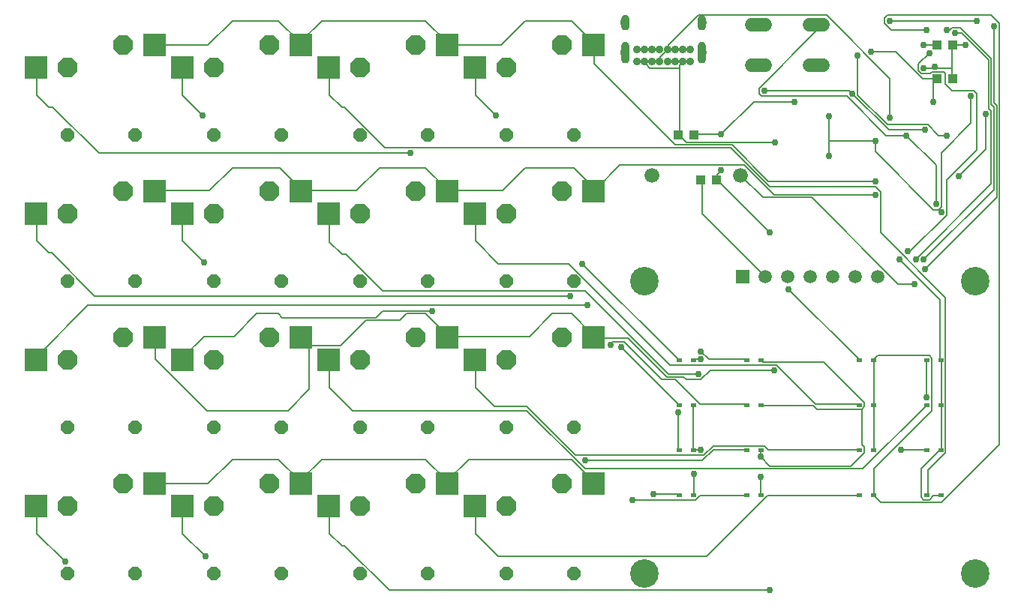
<source format=gbr>
G04 EAGLE Gerber RS-274X export*
G75*
%MOMM*%
%FSLAX34Y34*%
%LPD*%
%INBottom Copper*%
%IPPOS*%
%AMOC8*
5,1,8,0,0,1.08239X$1,22.5*%
G01*
%ADD10R,1.100000X1.000000*%
%ADD11R,1.508000X1.508000*%
%ADD12C,1.508000*%
%ADD13C,3.216000*%
%ADD14C,0.908000*%
%ADD15C,1.108000*%
%ADD16R,2.550000X2.500000*%
%ADD17C,1.524000*%
%ADD18C,1.676400*%
%ADD19P,2.435377X8X22.500000*%
%ADD20P,1.632244X8X22.500000*%
%ADD21C,0.040000*%
%ADD22C,0.152400*%
%ADD23C,0.756400*%

G36*
X732457Y614664D02*
X732457Y614664D01*
X732463Y614670D01*
X732468Y614666D01*
X733419Y614999D01*
X733423Y615006D01*
X733429Y615004D01*
X734282Y615540D01*
X734285Y615548D01*
X734291Y615547D01*
X735003Y616259D01*
X735004Y616268D01*
X735010Y616268D01*
X735546Y617121D01*
X735545Y617129D01*
X735551Y617131D01*
X735884Y618082D01*
X735883Y618083D01*
X735884Y618083D01*
X735883Y618085D01*
X735881Y618090D01*
X735886Y618093D01*
X735999Y619095D01*
X735997Y619098D01*
X735999Y619100D01*
X735999Y634100D01*
X735997Y634103D01*
X735999Y634106D01*
X735886Y635107D01*
X735880Y635113D01*
X735884Y635118D01*
X735551Y636069D01*
X735544Y636073D01*
X735546Y636079D01*
X735010Y636932D01*
X735002Y636935D01*
X735003Y636941D01*
X734291Y637653D01*
X734282Y637654D01*
X734282Y637660D01*
X733429Y638196D01*
X733421Y638195D01*
X733419Y638201D01*
X732468Y638534D01*
X732460Y638531D01*
X732457Y638536D01*
X731456Y638649D01*
X731448Y638645D01*
X731445Y638649D01*
X730443Y638536D01*
X730437Y638530D01*
X730432Y638534D01*
X729481Y638201D01*
X729477Y638194D01*
X729471Y638196D01*
X728618Y637660D01*
X728615Y637652D01*
X728609Y637653D01*
X727897Y636941D01*
X727896Y636932D01*
X727890Y636932D01*
X727354Y636079D01*
X727355Y636071D01*
X727349Y636069D01*
X727016Y635118D01*
X727019Y635110D01*
X727014Y635107D01*
X726901Y634106D01*
X726903Y634102D01*
X726901Y634100D01*
X726901Y619100D01*
X726903Y619097D01*
X726901Y619095D01*
X727014Y618093D01*
X727020Y618087D01*
X727016Y618082D01*
X727349Y617131D01*
X727356Y617127D01*
X727354Y617121D01*
X727890Y616268D01*
X727898Y616265D01*
X727897Y616259D01*
X728609Y615547D01*
X728618Y615546D01*
X728618Y615540D01*
X729471Y615004D01*
X729479Y615005D01*
X729481Y614999D01*
X730432Y614666D01*
X730440Y614669D01*
X730443Y614664D01*
X731445Y614551D01*
X731452Y614555D01*
X731456Y614551D01*
X732457Y614664D01*
G37*
G36*
X818957Y614664D02*
X818957Y614664D01*
X818963Y614670D01*
X818968Y614666D01*
X819919Y614999D01*
X819923Y615006D01*
X819929Y615004D01*
X820782Y615540D01*
X820785Y615548D01*
X820791Y615547D01*
X821503Y616259D01*
X821504Y616268D01*
X821510Y616268D01*
X822046Y617121D01*
X822045Y617129D01*
X822051Y617131D01*
X822384Y618082D01*
X822383Y618083D01*
X822384Y618083D01*
X822383Y618085D01*
X822381Y618090D01*
X822386Y618093D01*
X822499Y619095D01*
X822497Y619098D01*
X822499Y619100D01*
X822499Y634100D01*
X822497Y634103D01*
X822499Y634106D01*
X822386Y635107D01*
X822380Y635113D01*
X822384Y635118D01*
X822051Y636069D01*
X822044Y636073D01*
X822046Y636079D01*
X821510Y636932D01*
X821502Y636935D01*
X821503Y636941D01*
X820791Y637653D01*
X820782Y637654D01*
X820782Y637660D01*
X819929Y638196D01*
X819921Y638195D01*
X819919Y638201D01*
X818968Y638534D01*
X818960Y638531D01*
X818957Y638536D01*
X817956Y638649D01*
X817948Y638645D01*
X817945Y638649D01*
X816943Y638536D01*
X816937Y638530D01*
X816932Y638534D01*
X815981Y638201D01*
X815977Y638194D01*
X815971Y638196D01*
X815118Y637660D01*
X815115Y637652D01*
X815109Y637653D01*
X814397Y636941D01*
X814396Y636932D01*
X814390Y636932D01*
X813854Y636079D01*
X813855Y636071D01*
X813849Y636069D01*
X813516Y635118D01*
X813519Y635110D01*
X813514Y635107D01*
X813401Y634106D01*
X813403Y634102D01*
X813401Y634100D01*
X813401Y619100D01*
X813403Y619097D01*
X813401Y619095D01*
X813514Y618093D01*
X813520Y618087D01*
X813516Y618082D01*
X813849Y617131D01*
X813856Y617127D01*
X813854Y617121D01*
X814390Y616268D01*
X814398Y616265D01*
X814397Y616259D01*
X815109Y615547D01*
X815118Y615546D01*
X815118Y615540D01*
X815971Y615004D01*
X815979Y615005D01*
X815981Y614999D01*
X816932Y614666D01*
X816940Y614669D01*
X816943Y614664D01*
X817945Y614551D01*
X817952Y614555D01*
X817956Y614551D01*
X818957Y614664D01*
G37*
G36*
X818957Y651964D02*
X818957Y651964D01*
X818963Y651970D01*
X818968Y651966D01*
X819919Y652299D01*
X819923Y652306D01*
X819929Y652304D01*
X820782Y652840D01*
X820785Y652848D01*
X820791Y652847D01*
X821503Y653559D01*
X821504Y653568D01*
X821510Y653568D01*
X822046Y654421D01*
X822045Y654429D01*
X822051Y654431D01*
X822384Y655382D01*
X822383Y655383D01*
X822384Y655383D01*
X822383Y655385D01*
X822381Y655390D01*
X822386Y655393D01*
X822499Y656395D01*
X822497Y656398D01*
X822499Y656400D01*
X822499Y664400D01*
X822497Y664403D01*
X822499Y664406D01*
X822386Y665407D01*
X822380Y665413D01*
X822384Y665418D01*
X822051Y666369D01*
X822044Y666373D01*
X822046Y666379D01*
X821510Y667232D01*
X821502Y667235D01*
X821503Y667241D01*
X820791Y667953D01*
X820782Y667954D01*
X820782Y667960D01*
X819929Y668496D01*
X819921Y668495D01*
X819919Y668501D01*
X818968Y668834D01*
X818960Y668831D01*
X818957Y668836D01*
X817956Y668949D01*
X817948Y668945D01*
X817945Y668949D01*
X816943Y668836D01*
X816937Y668830D01*
X816932Y668834D01*
X815981Y668501D01*
X815977Y668494D01*
X815971Y668496D01*
X815118Y667960D01*
X815115Y667952D01*
X815109Y667953D01*
X814397Y667241D01*
X814396Y667232D01*
X814390Y667232D01*
X813854Y666379D01*
X813855Y666371D01*
X813849Y666369D01*
X813516Y665418D01*
X813519Y665411D01*
X813515Y665408D01*
X813515Y665407D01*
X813514Y665407D01*
X813401Y664406D01*
X813403Y664402D01*
X813401Y664400D01*
X813401Y656400D01*
X813403Y656397D01*
X813401Y656395D01*
X813514Y655393D01*
X813520Y655387D01*
X813516Y655382D01*
X813849Y654431D01*
X813856Y654427D01*
X813854Y654421D01*
X814390Y653568D01*
X814398Y653565D01*
X814397Y653559D01*
X815109Y652847D01*
X815118Y652846D01*
X815118Y652840D01*
X815971Y652304D01*
X815979Y652305D01*
X815981Y652299D01*
X816932Y651966D01*
X816940Y651969D01*
X816943Y651964D01*
X817945Y651851D01*
X817952Y651855D01*
X817956Y651851D01*
X818957Y651964D01*
G37*
G36*
X732457Y651964D02*
X732457Y651964D01*
X732463Y651970D01*
X732468Y651966D01*
X733419Y652299D01*
X733423Y652306D01*
X733429Y652304D01*
X734282Y652840D01*
X734285Y652848D01*
X734291Y652847D01*
X735003Y653559D01*
X735004Y653568D01*
X735010Y653568D01*
X735546Y654421D01*
X735545Y654429D01*
X735551Y654431D01*
X735884Y655382D01*
X735883Y655383D01*
X735884Y655383D01*
X735883Y655385D01*
X735881Y655390D01*
X735886Y655393D01*
X735999Y656395D01*
X735997Y656398D01*
X735999Y656400D01*
X735999Y664400D01*
X735997Y664403D01*
X735999Y664406D01*
X735886Y665407D01*
X735880Y665413D01*
X735884Y665418D01*
X735551Y666369D01*
X735544Y666373D01*
X735546Y666379D01*
X735010Y667232D01*
X735002Y667235D01*
X735003Y667241D01*
X734291Y667953D01*
X734282Y667954D01*
X734282Y667960D01*
X733429Y668496D01*
X733421Y668495D01*
X733419Y668501D01*
X732468Y668834D01*
X732460Y668831D01*
X732457Y668836D01*
X731456Y668949D01*
X731448Y668945D01*
X731445Y668949D01*
X730443Y668836D01*
X730437Y668830D01*
X730432Y668834D01*
X729481Y668501D01*
X729477Y668494D01*
X729471Y668496D01*
X728618Y667960D01*
X728615Y667952D01*
X728609Y667953D01*
X727897Y667241D01*
X727896Y667232D01*
X727890Y667232D01*
X727354Y666379D01*
X727355Y666371D01*
X727349Y666369D01*
X727016Y665418D01*
X727019Y665411D01*
X727015Y665408D01*
X727015Y665407D01*
X727014Y665407D01*
X726901Y664406D01*
X726903Y664402D01*
X726901Y664400D01*
X726901Y656400D01*
X726903Y656397D01*
X726901Y656395D01*
X727014Y655393D01*
X727020Y655387D01*
X727016Y655382D01*
X727349Y654431D01*
X727356Y654427D01*
X727354Y654421D01*
X727890Y653568D01*
X727898Y653565D01*
X727897Y653559D01*
X728609Y652847D01*
X728618Y652846D01*
X728618Y652840D01*
X729471Y652304D01*
X729479Y652305D01*
X729481Y652299D01*
X730432Y651966D01*
X730440Y651969D01*
X730443Y651964D01*
X731445Y651851D01*
X731452Y651855D01*
X731456Y651851D01*
X732457Y651964D01*
G37*
D10*
X1100700Y635000D03*
X1083700Y635000D03*
X808600Y533400D03*
X791600Y533400D03*
X1100700Y596900D03*
X1083700Y596900D03*
X834000Y482600D03*
X817000Y482600D03*
D11*
X863600Y373200D03*
D12*
X889000Y373200D03*
X914400Y373200D03*
X939800Y373200D03*
X965200Y373200D03*
X990600Y373200D03*
X1016000Y373200D03*
D13*
X752800Y368200D03*
X1126800Y368200D03*
X752800Y38200D03*
X1126800Y38200D03*
D14*
X804450Y616800D03*
X795950Y616800D03*
X787450Y616800D03*
X778950Y616800D03*
X770450Y616800D03*
X761950Y616800D03*
X753450Y616800D03*
X744950Y616800D03*
X744950Y630300D03*
X753450Y630300D03*
X761950Y630300D03*
X770450Y630300D03*
X778950Y630300D03*
X787450Y630300D03*
X795950Y630300D03*
X804450Y630300D03*
D15*
X817950Y660400D03*
X731450Y660400D03*
X817950Y626600D03*
X731450Y626600D03*
D16*
X200600Y635000D03*
X66100Y609600D03*
X530800Y304800D03*
X396300Y279400D03*
X530800Y139700D03*
X396300Y114300D03*
X695900Y635000D03*
X561400Y609600D03*
X695900Y469900D03*
X561400Y444500D03*
X695900Y304800D03*
X561400Y279400D03*
X695900Y139700D03*
X561400Y114300D03*
D17*
X874268Y657606D02*
X889508Y657606D01*
X889508Y612394D02*
X874268Y612394D01*
X939292Y657606D02*
X954532Y657606D01*
X954532Y612394D02*
X939292Y612394D01*
D16*
X200600Y469900D03*
X66100Y444500D03*
X200600Y304800D03*
X66100Y279400D03*
X365700Y635000D03*
X231200Y609600D03*
X365700Y469900D03*
X231200Y444500D03*
X200600Y139700D03*
X66100Y114300D03*
X365700Y304800D03*
X231200Y279400D03*
X365700Y139700D03*
X231200Y114300D03*
X530800Y635000D03*
X396300Y609600D03*
X530800Y469900D03*
X396300Y444500D03*
D18*
X761530Y487680D03*
X861530Y487680D03*
D19*
X164800Y635000D03*
X101600Y609600D03*
D20*
X101600Y533400D03*
X177800Y533400D03*
D19*
X164800Y469900D03*
X101600Y444500D03*
D20*
X101600Y368300D03*
X177800Y368300D03*
D19*
X164800Y304800D03*
X101600Y279400D03*
D20*
X101600Y203200D03*
X177800Y203200D03*
D19*
X164800Y139700D03*
X101600Y114300D03*
D20*
X101600Y38100D03*
X177800Y38100D03*
D19*
X329900Y304800D03*
X266700Y279400D03*
D20*
X266700Y203200D03*
X342900Y203200D03*
D19*
X495000Y304800D03*
X431800Y279400D03*
D20*
X431800Y203200D03*
X508000Y203200D03*
D19*
X329900Y139700D03*
X266700Y114300D03*
D20*
X266700Y38100D03*
X342900Y38100D03*
D19*
X495000Y139700D03*
X431800Y114300D03*
D20*
X431800Y38100D03*
X508000Y38100D03*
D19*
X660100Y635000D03*
X596900Y609600D03*
D20*
X596900Y533400D03*
X673100Y533400D03*
D19*
X660100Y304800D03*
X596900Y279400D03*
D20*
X596900Y203200D03*
X673100Y203200D03*
D19*
X660100Y469900D03*
X596900Y444500D03*
D20*
X596900Y368300D03*
X673100Y368300D03*
D19*
X660100Y139700D03*
X596900Y114300D03*
D20*
X596900Y38100D03*
X673100Y38100D03*
D19*
X329900Y635000D03*
X266700Y609600D03*
D20*
X266700Y533400D03*
X342900Y533400D03*
D19*
X495000Y635000D03*
X431800Y609600D03*
D20*
X431800Y533400D03*
X508000Y533400D03*
D19*
X329900Y469900D03*
X266700Y444500D03*
D20*
X266700Y368300D03*
X342900Y368300D03*
D19*
X495000Y469900D03*
X431800Y444500D03*
D20*
X431800Y368300D03*
X508000Y368300D03*
D21*
X805650Y281200D02*
X810550Y281200D01*
X810550Y277600D01*
X805650Y277600D01*
X805650Y281200D01*
X805650Y277980D02*
X810550Y277980D01*
X810550Y278360D02*
X805650Y278360D01*
X805650Y278740D02*
X810550Y278740D01*
X810550Y279120D02*
X805650Y279120D01*
X805650Y279500D02*
X810550Y279500D01*
X810550Y279880D02*
X805650Y279880D01*
X805650Y280260D02*
X810550Y280260D01*
X810550Y280640D02*
X805650Y280640D01*
X805650Y281020D02*
X810550Y281020D01*
X794550Y281200D02*
X789650Y281200D01*
X794550Y281200D02*
X794550Y277600D01*
X789650Y277600D01*
X789650Y281200D01*
X789650Y277980D02*
X794550Y277980D01*
X794550Y278360D02*
X789650Y278360D01*
X789650Y278740D02*
X794550Y278740D01*
X794550Y279120D02*
X789650Y279120D01*
X789650Y279500D02*
X794550Y279500D01*
X794550Y279880D02*
X789650Y279880D01*
X789650Y280260D02*
X794550Y280260D01*
X794550Y280640D02*
X789650Y280640D01*
X789650Y281020D02*
X794550Y281020D01*
X805650Y230400D02*
X810550Y230400D01*
X810550Y226800D01*
X805650Y226800D01*
X805650Y230400D01*
X805650Y227180D02*
X810550Y227180D01*
X810550Y227560D02*
X805650Y227560D01*
X805650Y227940D02*
X810550Y227940D01*
X810550Y228320D02*
X805650Y228320D01*
X805650Y228700D02*
X810550Y228700D01*
X810550Y229080D02*
X805650Y229080D01*
X805650Y229460D02*
X810550Y229460D01*
X810550Y229840D02*
X805650Y229840D01*
X805650Y230220D02*
X810550Y230220D01*
X794550Y230400D02*
X789650Y230400D01*
X794550Y230400D02*
X794550Y226800D01*
X789650Y226800D01*
X789650Y230400D01*
X789650Y227180D02*
X794550Y227180D01*
X794550Y227560D02*
X789650Y227560D01*
X789650Y227940D02*
X794550Y227940D01*
X794550Y228320D02*
X789650Y228320D01*
X789650Y228700D02*
X794550Y228700D01*
X794550Y229080D02*
X789650Y229080D01*
X789650Y229460D02*
X794550Y229460D01*
X794550Y229840D02*
X789650Y229840D01*
X789650Y230220D02*
X794550Y230220D01*
X805650Y179600D02*
X810550Y179600D01*
X810550Y176000D01*
X805650Y176000D01*
X805650Y179600D01*
X805650Y176380D02*
X810550Y176380D01*
X810550Y176760D02*
X805650Y176760D01*
X805650Y177140D02*
X810550Y177140D01*
X810550Y177520D02*
X805650Y177520D01*
X805650Y177900D02*
X810550Y177900D01*
X810550Y178280D02*
X805650Y178280D01*
X805650Y178660D02*
X810550Y178660D01*
X810550Y179040D02*
X805650Y179040D01*
X805650Y179420D02*
X810550Y179420D01*
X794550Y179600D02*
X789650Y179600D01*
X794550Y179600D02*
X794550Y176000D01*
X789650Y176000D01*
X789650Y179600D01*
X789650Y176380D02*
X794550Y176380D01*
X794550Y176760D02*
X789650Y176760D01*
X789650Y177140D02*
X794550Y177140D01*
X794550Y177520D02*
X789650Y177520D01*
X789650Y177900D02*
X794550Y177900D01*
X794550Y178280D02*
X789650Y178280D01*
X789650Y178660D02*
X794550Y178660D01*
X794550Y179040D02*
X789650Y179040D01*
X789650Y179420D02*
X794550Y179420D01*
X805650Y128800D02*
X810550Y128800D01*
X810550Y125200D01*
X805650Y125200D01*
X805650Y128800D01*
X805650Y125580D02*
X810550Y125580D01*
X810550Y125960D02*
X805650Y125960D01*
X805650Y126340D02*
X810550Y126340D01*
X810550Y126720D02*
X805650Y126720D01*
X805650Y127100D02*
X810550Y127100D01*
X810550Y127480D02*
X805650Y127480D01*
X805650Y127860D02*
X810550Y127860D01*
X810550Y128240D02*
X805650Y128240D01*
X805650Y128620D02*
X810550Y128620D01*
X794550Y128800D02*
X789650Y128800D01*
X794550Y128800D02*
X794550Y125200D01*
X789650Y125200D01*
X789650Y128800D01*
X789650Y125580D02*
X794550Y125580D01*
X794550Y125960D02*
X789650Y125960D01*
X789650Y126340D02*
X794550Y126340D01*
X794550Y126720D02*
X789650Y126720D01*
X789650Y127100D02*
X794550Y127100D01*
X794550Y127480D02*
X789650Y127480D01*
X789650Y127860D02*
X794550Y127860D01*
X794550Y128240D02*
X789650Y128240D01*
X789650Y128620D02*
X794550Y128620D01*
X881850Y281200D02*
X886750Y281200D01*
X886750Y277600D01*
X881850Y277600D01*
X881850Y281200D01*
X881850Y277980D02*
X886750Y277980D01*
X886750Y278360D02*
X881850Y278360D01*
X881850Y278740D02*
X886750Y278740D01*
X886750Y279120D02*
X881850Y279120D01*
X881850Y279500D02*
X886750Y279500D01*
X886750Y279880D02*
X881850Y279880D01*
X881850Y280260D02*
X886750Y280260D01*
X886750Y280640D02*
X881850Y280640D01*
X881850Y281020D02*
X886750Y281020D01*
X870750Y281200D02*
X865850Y281200D01*
X870750Y281200D02*
X870750Y277600D01*
X865850Y277600D01*
X865850Y281200D01*
X865850Y277980D02*
X870750Y277980D01*
X870750Y278360D02*
X865850Y278360D01*
X865850Y278740D02*
X870750Y278740D01*
X870750Y279120D02*
X865850Y279120D01*
X865850Y279500D02*
X870750Y279500D01*
X870750Y279880D02*
X865850Y279880D01*
X865850Y280260D02*
X870750Y280260D01*
X870750Y280640D02*
X865850Y280640D01*
X865850Y281020D02*
X870750Y281020D01*
X881850Y230400D02*
X886750Y230400D01*
X886750Y226800D01*
X881850Y226800D01*
X881850Y230400D01*
X881850Y227180D02*
X886750Y227180D01*
X886750Y227560D02*
X881850Y227560D01*
X881850Y227940D02*
X886750Y227940D01*
X886750Y228320D02*
X881850Y228320D01*
X881850Y228700D02*
X886750Y228700D01*
X886750Y229080D02*
X881850Y229080D01*
X881850Y229460D02*
X886750Y229460D01*
X886750Y229840D02*
X881850Y229840D01*
X881850Y230220D02*
X886750Y230220D01*
X870750Y230400D02*
X865850Y230400D01*
X870750Y230400D02*
X870750Y226800D01*
X865850Y226800D01*
X865850Y230400D01*
X865850Y227180D02*
X870750Y227180D01*
X870750Y227560D02*
X865850Y227560D01*
X865850Y227940D02*
X870750Y227940D01*
X870750Y228320D02*
X865850Y228320D01*
X865850Y228700D02*
X870750Y228700D01*
X870750Y229080D02*
X865850Y229080D01*
X865850Y229460D02*
X870750Y229460D01*
X870750Y229840D02*
X865850Y229840D01*
X865850Y230220D02*
X870750Y230220D01*
X881850Y179600D02*
X886750Y179600D01*
X886750Y176000D01*
X881850Y176000D01*
X881850Y179600D01*
X881850Y176380D02*
X886750Y176380D01*
X886750Y176760D02*
X881850Y176760D01*
X881850Y177140D02*
X886750Y177140D01*
X886750Y177520D02*
X881850Y177520D01*
X881850Y177900D02*
X886750Y177900D01*
X886750Y178280D02*
X881850Y178280D01*
X881850Y178660D02*
X886750Y178660D01*
X886750Y179040D02*
X881850Y179040D01*
X881850Y179420D02*
X886750Y179420D01*
X870750Y179600D02*
X865850Y179600D01*
X870750Y179600D02*
X870750Y176000D01*
X865850Y176000D01*
X865850Y179600D01*
X865850Y176380D02*
X870750Y176380D01*
X870750Y176760D02*
X865850Y176760D01*
X865850Y177140D02*
X870750Y177140D01*
X870750Y177520D02*
X865850Y177520D01*
X865850Y177900D02*
X870750Y177900D01*
X870750Y178280D02*
X865850Y178280D01*
X865850Y178660D02*
X870750Y178660D01*
X870750Y179040D02*
X865850Y179040D01*
X865850Y179420D02*
X870750Y179420D01*
X881850Y128800D02*
X886750Y128800D01*
X886750Y125200D01*
X881850Y125200D01*
X881850Y128800D01*
X881850Y125580D02*
X886750Y125580D01*
X886750Y125960D02*
X881850Y125960D01*
X881850Y126340D02*
X886750Y126340D01*
X886750Y126720D02*
X881850Y126720D01*
X881850Y127100D02*
X886750Y127100D01*
X886750Y127480D02*
X881850Y127480D01*
X881850Y127860D02*
X886750Y127860D01*
X886750Y128240D02*
X881850Y128240D01*
X881850Y128620D02*
X886750Y128620D01*
X870750Y128800D02*
X865850Y128800D01*
X870750Y128800D02*
X870750Y125200D01*
X865850Y125200D01*
X865850Y128800D01*
X865850Y125580D02*
X870750Y125580D01*
X870750Y125960D02*
X865850Y125960D01*
X865850Y126340D02*
X870750Y126340D01*
X870750Y126720D02*
X865850Y126720D01*
X865850Y127100D02*
X870750Y127100D01*
X870750Y127480D02*
X865850Y127480D01*
X865850Y127860D02*
X870750Y127860D01*
X870750Y128240D02*
X865850Y128240D01*
X865850Y128620D02*
X870750Y128620D01*
X1008850Y281200D02*
X1013750Y281200D01*
X1013750Y277600D01*
X1008850Y277600D01*
X1008850Y281200D01*
X1008850Y277980D02*
X1013750Y277980D01*
X1013750Y278360D02*
X1008850Y278360D01*
X1008850Y278740D02*
X1013750Y278740D01*
X1013750Y279120D02*
X1008850Y279120D01*
X1008850Y279500D02*
X1013750Y279500D01*
X1013750Y279880D02*
X1008850Y279880D01*
X1008850Y280260D02*
X1013750Y280260D01*
X1013750Y280640D02*
X1008850Y280640D01*
X1008850Y281020D02*
X1013750Y281020D01*
X997750Y281200D02*
X992850Y281200D01*
X997750Y281200D02*
X997750Y277600D01*
X992850Y277600D01*
X992850Y281200D01*
X992850Y277980D02*
X997750Y277980D01*
X997750Y278360D02*
X992850Y278360D01*
X992850Y278740D02*
X997750Y278740D01*
X997750Y279120D02*
X992850Y279120D01*
X992850Y279500D02*
X997750Y279500D01*
X997750Y279880D02*
X992850Y279880D01*
X992850Y280260D02*
X997750Y280260D01*
X997750Y280640D02*
X992850Y280640D01*
X992850Y281020D02*
X997750Y281020D01*
X1008850Y230400D02*
X1013750Y230400D01*
X1013750Y226800D01*
X1008850Y226800D01*
X1008850Y230400D01*
X1008850Y227180D02*
X1013750Y227180D01*
X1013750Y227560D02*
X1008850Y227560D01*
X1008850Y227940D02*
X1013750Y227940D01*
X1013750Y228320D02*
X1008850Y228320D01*
X1008850Y228700D02*
X1013750Y228700D01*
X1013750Y229080D02*
X1008850Y229080D01*
X1008850Y229460D02*
X1013750Y229460D01*
X1013750Y229840D02*
X1008850Y229840D01*
X1008850Y230220D02*
X1013750Y230220D01*
X997750Y230400D02*
X992850Y230400D01*
X997750Y230400D02*
X997750Y226800D01*
X992850Y226800D01*
X992850Y230400D01*
X992850Y227180D02*
X997750Y227180D01*
X997750Y227560D02*
X992850Y227560D01*
X992850Y227940D02*
X997750Y227940D01*
X997750Y228320D02*
X992850Y228320D01*
X992850Y228700D02*
X997750Y228700D01*
X997750Y229080D02*
X992850Y229080D01*
X992850Y229460D02*
X997750Y229460D01*
X997750Y229840D02*
X992850Y229840D01*
X992850Y230220D02*
X997750Y230220D01*
X1008850Y179600D02*
X1013750Y179600D01*
X1013750Y176000D01*
X1008850Y176000D01*
X1008850Y179600D01*
X1008850Y176380D02*
X1013750Y176380D01*
X1013750Y176760D02*
X1008850Y176760D01*
X1008850Y177140D02*
X1013750Y177140D01*
X1013750Y177520D02*
X1008850Y177520D01*
X1008850Y177900D02*
X1013750Y177900D01*
X1013750Y178280D02*
X1008850Y178280D01*
X1008850Y178660D02*
X1013750Y178660D01*
X1013750Y179040D02*
X1008850Y179040D01*
X1008850Y179420D02*
X1013750Y179420D01*
X997750Y179600D02*
X992850Y179600D01*
X997750Y179600D02*
X997750Y176000D01*
X992850Y176000D01*
X992850Y179600D01*
X992850Y176380D02*
X997750Y176380D01*
X997750Y176760D02*
X992850Y176760D01*
X992850Y177140D02*
X997750Y177140D01*
X997750Y177520D02*
X992850Y177520D01*
X992850Y177900D02*
X997750Y177900D01*
X997750Y178280D02*
X992850Y178280D01*
X992850Y178660D02*
X997750Y178660D01*
X997750Y179040D02*
X992850Y179040D01*
X992850Y179420D02*
X997750Y179420D01*
X1008850Y128800D02*
X1013750Y128800D01*
X1013750Y125200D01*
X1008850Y125200D01*
X1008850Y128800D01*
X1008850Y125580D02*
X1013750Y125580D01*
X1013750Y125960D02*
X1008850Y125960D01*
X1008850Y126340D02*
X1013750Y126340D01*
X1013750Y126720D02*
X1008850Y126720D01*
X1008850Y127100D02*
X1013750Y127100D01*
X1013750Y127480D02*
X1008850Y127480D01*
X1008850Y127860D02*
X1013750Y127860D01*
X1013750Y128240D02*
X1008850Y128240D01*
X1008850Y128620D02*
X1013750Y128620D01*
X997750Y128800D02*
X992850Y128800D01*
X997750Y128800D02*
X997750Y125200D01*
X992850Y125200D01*
X992850Y128800D01*
X992850Y125580D02*
X997750Y125580D01*
X997750Y125960D02*
X992850Y125960D01*
X992850Y126340D02*
X997750Y126340D01*
X997750Y126720D02*
X992850Y126720D01*
X992850Y127100D02*
X997750Y127100D01*
X997750Y127480D02*
X992850Y127480D01*
X992850Y127860D02*
X997750Y127860D01*
X997750Y128240D02*
X992850Y128240D01*
X992850Y128620D02*
X997750Y128620D01*
X1085050Y281200D02*
X1089950Y281200D01*
X1089950Y277600D01*
X1085050Y277600D01*
X1085050Y281200D01*
X1085050Y277980D02*
X1089950Y277980D01*
X1089950Y278360D02*
X1085050Y278360D01*
X1085050Y278740D02*
X1089950Y278740D01*
X1089950Y279120D02*
X1085050Y279120D01*
X1085050Y279500D02*
X1089950Y279500D01*
X1089950Y279880D02*
X1085050Y279880D01*
X1085050Y280260D02*
X1089950Y280260D01*
X1089950Y280640D02*
X1085050Y280640D01*
X1085050Y281020D02*
X1089950Y281020D01*
X1073950Y281200D02*
X1069050Y281200D01*
X1073950Y281200D02*
X1073950Y277600D01*
X1069050Y277600D01*
X1069050Y281200D01*
X1069050Y277980D02*
X1073950Y277980D01*
X1073950Y278360D02*
X1069050Y278360D01*
X1069050Y278740D02*
X1073950Y278740D01*
X1073950Y279120D02*
X1069050Y279120D01*
X1069050Y279500D02*
X1073950Y279500D01*
X1073950Y279880D02*
X1069050Y279880D01*
X1069050Y280260D02*
X1073950Y280260D01*
X1073950Y280640D02*
X1069050Y280640D01*
X1069050Y281020D02*
X1073950Y281020D01*
X1085050Y230400D02*
X1089950Y230400D01*
X1089950Y226800D01*
X1085050Y226800D01*
X1085050Y230400D01*
X1085050Y227180D02*
X1089950Y227180D01*
X1089950Y227560D02*
X1085050Y227560D01*
X1085050Y227940D02*
X1089950Y227940D01*
X1089950Y228320D02*
X1085050Y228320D01*
X1085050Y228700D02*
X1089950Y228700D01*
X1089950Y229080D02*
X1085050Y229080D01*
X1085050Y229460D02*
X1089950Y229460D01*
X1089950Y229840D02*
X1085050Y229840D01*
X1085050Y230220D02*
X1089950Y230220D01*
X1073950Y230400D02*
X1069050Y230400D01*
X1073950Y230400D02*
X1073950Y226800D01*
X1069050Y226800D01*
X1069050Y230400D01*
X1069050Y227180D02*
X1073950Y227180D01*
X1073950Y227560D02*
X1069050Y227560D01*
X1069050Y227940D02*
X1073950Y227940D01*
X1073950Y228320D02*
X1069050Y228320D01*
X1069050Y228700D02*
X1073950Y228700D01*
X1073950Y229080D02*
X1069050Y229080D01*
X1069050Y229460D02*
X1073950Y229460D01*
X1073950Y229840D02*
X1069050Y229840D01*
X1069050Y230220D02*
X1073950Y230220D01*
X1085050Y179600D02*
X1089950Y179600D01*
X1089950Y176000D01*
X1085050Y176000D01*
X1085050Y179600D01*
X1085050Y176380D02*
X1089950Y176380D01*
X1089950Y176760D02*
X1085050Y176760D01*
X1085050Y177140D02*
X1089950Y177140D01*
X1089950Y177520D02*
X1085050Y177520D01*
X1085050Y177900D02*
X1089950Y177900D01*
X1089950Y178280D02*
X1085050Y178280D01*
X1085050Y178660D02*
X1089950Y178660D01*
X1089950Y179040D02*
X1085050Y179040D01*
X1085050Y179420D02*
X1089950Y179420D01*
X1073950Y179600D02*
X1069050Y179600D01*
X1073950Y179600D02*
X1073950Y176000D01*
X1069050Y176000D01*
X1069050Y179600D01*
X1069050Y176380D02*
X1073950Y176380D01*
X1073950Y176760D02*
X1069050Y176760D01*
X1069050Y177140D02*
X1073950Y177140D01*
X1073950Y177520D02*
X1069050Y177520D01*
X1069050Y177900D02*
X1073950Y177900D01*
X1073950Y178280D02*
X1069050Y178280D01*
X1069050Y178660D02*
X1073950Y178660D01*
X1073950Y179040D02*
X1069050Y179040D01*
X1069050Y179420D02*
X1073950Y179420D01*
X1085050Y128800D02*
X1089950Y128800D01*
X1089950Y125200D01*
X1085050Y125200D01*
X1085050Y128800D01*
X1085050Y125580D02*
X1089950Y125580D01*
X1089950Y125960D02*
X1085050Y125960D01*
X1085050Y126340D02*
X1089950Y126340D01*
X1089950Y126720D02*
X1085050Y126720D01*
X1085050Y127100D02*
X1089950Y127100D01*
X1089950Y127480D02*
X1085050Y127480D01*
X1085050Y127860D02*
X1089950Y127860D01*
X1089950Y128240D02*
X1085050Y128240D01*
X1085050Y128620D02*
X1089950Y128620D01*
X1073950Y128800D02*
X1069050Y128800D01*
X1073950Y128800D02*
X1073950Y125200D01*
X1069050Y125200D01*
X1069050Y128800D01*
X1069050Y125580D02*
X1073950Y125580D01*
X1073950Y125960D02*
X1069050Y125960D01*
X1069050Y126340D02*
X1073950Y126340D01*
X1073950Y126720D02*
X1069050Y126720D01*
X1069050Y127100D02*
X1073950Y127100D01*
X1073950Y127480D02*
X1069050Y127480D01*
X1069050Y127860D02*
X1073950Y127860D01*
X1073950Y128240D02*
X1069050Y128240D01*
X1069050Y128620D02*
X1073950Y128620D01*
D22*
X809244Y127508D02*
X809244Y150368D01*
X808100Y177800D02*
X816864Y177800D01*
X809244Y127508D02*
X808100Y127000D01*
X807720Y177800D02*
X807720Y228092D01*
X808100Y228600D01*
X808100Y177800D02*
X807720Y177800D01*
X809244Y279908D02*
X816864Y279908D01*
X809244Y279908D02*
X808100Y279400D01*
X1103376Y648716D02*
X1110996Y648716D01*
X1141476Y618236D01*
X1141476Y563372D01*
X1144524Y560324D01*
X1144524Y478028D01*
X1059180Y392684D01*
D23*
X809244Y150368D03*
X816864Y177800D03*
X816864Y279908D03*
X1103376Y648716D03*
X1059180Y392684D03*
D22*
X1078992Y125984D02*
X1086612Y125984D01*
X1078992Y125984D02*
X1074420Y121412D01*
X1068324Y121412D01*
X1065276Y124460D01*
X1065276Y156464D01*
X1086612Y177800D01*
X1087500Y127000D02*
X1086612Y125984D01*
X1086612Y177800D02*
X1087500Y177800D01*
X1088136Y229616D02*
X1088136Y278384D01*
X1088136Y229616D02*
X1087500Y228600D01*
X1088136Y278384D02*
X1087500Y279400D01*
X1062228Y613664D02*
X1074420Y625856D01*
X1062228Y613664D02*
X1062228Y606044D01*
X1065276Y602996D01*
X1075944Y602996D01*
X1077468Y604520D01*
X1091184Y604520D01*
X1092708Y602996D01*
X1092708Y590804D01*
X1100328Y583184D01*
X1124712Y583184D01*
X1127760Y580136D01*
X1127760Y516128D01*
X1094232Y482600D01*
X1094232Y442976D01*
X1053084Y401828D01*
X1050036Y401828D01*
X1040892Y392684D02*
X1086612Y346964D01*
X1086612Y279908D01*
X1087500Y279400D01*
X1088136Y228092D02*
X1088136Y177800D01*
X1087500Y177800D01*
X1088136Y228092D02*
X1087500Y228600D01*
D23*
X1074420Y625856D03*
X1050036Y401828D03*
X1040892Y392684D03*
D22*
X790956Y279908D02*
X682752Y388112D01*
X489204Y513080D02*
X137160Y513080D01*
X85344Y564896D01*
X80772Y564896D01*
X67056Y578612D01*
X67056Y609092D01*
X790956Y279908D02*
X792100Y279400D01*
X67056Y609092D02*
X66100Y609600D01*
D23*
X682752Y388112D03*
X489204Y513080D03*
D22*
X726948Y293624D02*
X790956Y229616D01*
X669036Y351536D02*
X132588Y351536D01*
X83820Y400304D01*
X80772Y400304D01*
X67056Y414020D01*
X67056Y444500D01*
X790956Y229616D02*
X792100Y228600D01*
X67056Y444500D02*
X66100Y444500D01*
D23*
X726948Y293624D03*
X669036Y351536D03*
D22*
X790956Y220472D02*
X790956Y177800D01*
X688848Y340868D02*
X124968Y340868D01*
X67056Y282956D01*
X67056Y279908D01*
X790956Y177800D02*
X792100Y177800D01*
X67056Y279908D02*
X66100Y279400D01*
D23*
X790956Y220472D03*
X688848Y340868D03*
D22*
X763524Y127508D02*
X790956Y127508D01*
X99060Y51308D02*
X67056Y83312D01*
X67056Y113792D01*
X790956Y127508D02*
X792100Y127000D01*
X67056Y113792D02*
X66100Y114300D01*
D23*
X763524Y127508D03*
X99060Y51308D03*
D22*
X815340Y125984D02*
X867156Y125984D01*
X815340Y125984D02*
X810768Y121412D01*
X739140Y121412D01*
X254508Y555752D02*
X231648Y578612D01*
X231648Y609092D01*
X867156Y125984D02*
X868300Y127000D01*
X231648Y609092D02*
X231200Y609600D01*
D23*
X739140Y121412D03*
X254508Y555752D03*
D22*
X830580Y177800D02*
X868300Y177800D01*
X830580Y177800D02*
X818388Y165608D01*
X685800Y165608D01*
X256032Y389636D02*
X231648Y414020D01*
X231648Y444500D01*
X231200Y444500D01*
D23*
X685800Y165608D03*
X256032Y389636D03*
D22*
X815340Y229616D02*
X867156Y229616D01*
X815340Y229616D02*
X787908Y257048D01*
X772668Y257048D01*
X729996Y299720D01*
X717804Y299720D01*
X714756Y296672D01*
X513588Y334772D02*
X457200Y334772D01*
X449580Y327152D01*
X344424Y327152D01*
X339852Y331724D01*
X315468Y331724D01*
X289560Y305816D01*
X256032Y305816D01*
X230124Y279908D01*
X867156Y229616D02*
X868300Y228600D01*
X231200Y279400D02*
X230124Y279908D01*
D23*
X714756Y296672D03*
X513588Y334772D03*
D22*
X826008Y279908D02*
X867156Y279908D01*
X826008Y279908D02*
X816864Y289052D01*
X257556Y57404D02*
X231648Y83312D01*
X231648Y113792D01*
X867156Y279908D02*
X868300Y279400D01*
X231648Y113792D02*
X231200Y114300D01*
D23*
X816864Y289052D03*
X257556Y57404D03*
D22*
X1072896Y127508D02*
X1072896Y154940D01*
X1092708Y174752D01*
X1092708Y350012D01*
X1019556Y423164D01*
X1019556Y468884D01*
X1013460Y474980D01*
X894588Y474980D01*
X850392Y519176D01*
X460248Y519176D01*
X414528Y564896D01*
X411480Y564896D01*
X397764Y578612D01*
X397764Y609092D01*
X1071500Y127000D02*
X1072896Y127508D01*
X397764Y609092D02*
X396300Y609600D01*
X1042416Y177800D02*
X1071500Y177800D01*
X813816Y263144D02*
X780288Y263144D01*
X685800Y357632D01*
X457200Y357632D01*
X416052Y398780D01*
X411480Y398780D01*
X397764Y412496D01*
X397764Y444500D01*
X396300Y444500D01*
D23*
X1042416Y177800D03*
X813816Y263144D03*
D22*
X999744Y156464D02*
X1071372Y228092D01*
X999744Y156464D02*
X685800Y156464D01*
X620268Y221996D01*
X423672Y221996D01*
X397764Y247904D01*
X397764Y278384D01*
X1071372Y228092D02*
X1071500Y228600D01*
X397764Y278384D02*
X396300Y279400D01*
X1071372Y278384D02*
X1071372Y237236D01*
X894588Y19304D02*
X464820Y19304D01*
X414528Y69596D01*
X411480Y69596D01*
X397764Y83312D01*
X397764Y113792D01*
X1071372Y278384D02*
X1071500Y279400D01*
X397764Y113792D02*
X396300Y114300D01*
D23*
X1071372Y237236D03*
X894588Y19304D03*
D22*
X995172Y279908D02*
X915924Y359156D01*
X585216Y555752D02*
X562356Y578612D01*
X562356Y609092D01*
X995172Y279908D02*
X995300Y279400D01*
X562356Y609092D02*
X561400Y609600D01*
D23*
X915924Y359156D03*
X585216Y555752D03*
D22*
X946404Y229616D02*
X995172Y229616D01*
X946404Y229616D02*
X902208Y273812D01*
X781812Y273812D01*
X667512Y388112D01*
X588264Y388112D01*
X562356Y414020D01*
X562356Y444500D01*
X995172Y229616D02*
X995300Y228600D01*
X562356Y444500D02*
X561400Y444500D01*
X893064Y177800D02*
X995300Y177800D01*
X893064Y177800D02*
X888492Y182372D01*
X830580Y182372D01*
X819912Y171704D01*
X675132Y171704D01*
X620268Y226568D01*
X583692Y226568D01*
X562356Y247904D01*
X562356Y278384D01*
X561400Y279400D01*
X891540Y125984D02*
X995172Y125984D01*
X891540Y125984D02*
X822960Y57404D01*
X588264Y57404D01*
X562356Y83312D01*
X562356Y113792D01*
X995172Y125984D02*
X995300Y127000D01*
X562356Y113792D02*
X561400Y114300D01*
X260604Y635000D02*
X200600Y635000D01*
X260604Y635000D02*
X288036Y662432D01*
X339852Y662432D01*
X364236Y638048D01*
X364236Y635000D01*
X365700Y635000D01*
X530352Y635000D02*
X530352Y638048D01*
X505968Y662432D01*
X388620Y662432D01*
X364236Y638048D01*
X530352Y635000D02*
X530800Y635000D01*
X365700Y635000D02*
X364236Y638048D01*
X893064Y481076D02*
X1013460Y481076D01*
X893064Y481076D02*
X851916Y522224D01*
X787908Y522224D01*
X696468Y613664D01*
X696468Y635000D01*
X695900Y635000D01*
X591312Y635000D02*
X530800Y635000D01*
X591312Y635000D02*
X618744Y662432D01*
X670560Y662432D01*
X694944Y638048D01*
X694944Y635000D01*
X695900Y635000D01*
D23*
X1013460Y481076D03*
D22*
X1039368Y365252D02*
X1057656Y365252D01*
X1039368Y365252D02*
X941832Y462788D01*
X886968Y462788D01*
X862584Y487172D01*
X861530Y487680D01*
D23*
X1057656Y365252D03*
D22*
X260604Y139700D02*
X200600Y139700D01*
X260604Y139700D02*
X288036Y167132D01*
X339852Y167132D01*
X364236Y142748D01*
X364236Y139700D01*
X365700Y139700D01*
X530352Y139700D02*
X530352Y142748D01*
X505968Y167132D01*
X388620Y167132D01*
X364236Y142748D01*
X530352Y139700D02*
X530800Y139700D01*
X365700Y139700D02*
X364236Y142748D01*
X694944Y142748D02*
X694944Y139700D01*
X694944Y142748D02*
X670560Y167132D01*
X554736Y167132D01*
X530352Y142748D01*
X694944Y139700D02*
X695900Y139700D01*
X530800Y139700D02*
X530352Y142748D01*
X818388Y444500D02*
X818388Y482600D01*
X818388Y444500D02*
X888492Y374396D01*
X818388Y482600D02*
X817000Y482600D01*
X888492Y374396D02*
X889000Y373200D01*
X1030224Y662432D02*
X1127760Y662432D01*
X961644Y526796D02*
X961644Y510032D01*
X961644Y526796D02*
X961644Y554228D01*
X961644Y526796D02*
X1013460Y526796D01*
X1121664Y546608D02*
X1121664Y577088D01*
X1121664Y546608D02*
X1088136Y513080D01*
X1088136Y452120D01*
X1085088Y449072D01*
X1078992Y449072D01*
X1013460Y514604D01*
X1013460Y526796D01*
X1085088Y449072D02*
X1088136Y446024D01*
D23*
X1030224Y662432D03*
X1127760Y662432D03*
X961644Y554228D03*
X961644Y510032D03*
X1013460Y526796D03*
X1121664Y577088D03*
X1088136Y446024D03*
D22*
X1030224Y552704D02*
X1030224Y596900D01*
X958596Y668528D01*
X813816Y668528D01*
X780288Y635000D01*
X780288Y630428D01*
X778950Y630300D01*
X771144Y621284D02*
X771144Y618236D01*
X771144Y621284D02*
X778764Y628904D01*
X771144Y618236D02*
X770450Y616800D01*
X778764Y628904D02*
X778950Y630300D01*
D23*
X1030224Y552704D03*
D22*
X1085088Y532892D02*
X1094232Y532892D01*
X1085088Y532892D02*
X1072896Y545084D01*
X1027176Y545084D01*
X993648Y578612D01*
X993648Y622808D01*
D23*
X1094232Y532892D03*
X993648Y622808D03*
D22*
X1082040Y499364D02*
X1082040Y455168D01*
X1082040Y499364D02*
X1048512Y532892D01*
X946404Y650240D02*
X946404Y656336D01*
X946404Y650240D02*
X882396Y586232D01*
X882396Y580136D01*
X885444Y577088D01*
X981456Y577088D01*
X1025652Y532892D01*
X1048512Y532892D01*
X946404Y656336D02*
X946912Y657606D01*
D23*
X1082040Y455168D03*
X1048512Y532892D03*
D22*
X943356Y228092D02*
X885444Y228092D01*
X943356Y228092D02*
X947928Y223520D01*
X998220Y223520D01*
X1001268Y226568D01*
X1001268Y231140D01*
X955548Y276860D01*
X886968Y276860D01*
X885444Y278384D01*
X884300Y228600D02*
X885444Y228092D01*
X885444Y278384D02*
X884300Y279400D01*
X883920Y147320D02*
X883920Y127508D01*
X883920Y170180D02*
X883920Y177800D01*
X883920Y127508D02*
X884300Y127000D01*
X884300Y177800D02*
X883920Y177800D01*
X1094232Y651764D02*
X1097280Y651764D01*
X1100328Y654812D01*
X1109472Y654812D01*
X1144524Y619760D01*
X1144524Y567944D01*
X1147572Y564896D01*
X1147572Y471932D01*
X1068324Y392684D01*
X998220Y223520D02*
X998220Y183896D01*
X1001268Y180848D01*
X1001268Y174752D01*
X986028Y159512D01*
X894588Y159512D01*
X883920Y170180D01*
D23*
X883920Y147320D03*
X883920Y170180D03*
X1094232Y651764D03*
X1068324Y392684D03*
D22*
X1011936Y228092D02*
X1011936Y177800D01*
X1011300Y177800D01*
X1011936Y228092D02*
X1011300Y228600D01*
X1011936Y156464D02*
X1011936Y127508D01*
X1011936Y156464D02*
X1077468Y221996D01*
X1077468Y281432D01*
X1074420Y284480D01*
X1016508Y284480D01*
X1011936Y279908D01*
X1011936Y127508D02*
X1011300Y127000D01*
X1011300Y279400D02*
X1011936Y279908D01*
X1031748Y651764D02*
X1071372Y651764D01*
X1031748Y651764D02*
X1024128Y659384D01*
X1024128Y665480D01*
X1027176Y668528D01*
X1144524Y668528D01*
X1153668Y659384D01*
X1153668Y183896D01*
X1088136Y118364D01*
X1019556Y118364D01*
X1011936Y125984D01*
X1011300Y127000D01*
X1011936Y229616D02*
X1011936Y278384D01*
X1011936Y229616D02*
X1011300Y228600D01*
X1011936Y278384D02*
X1011300Y279400D01*
D23*
X1071372Y651764D03*
D22*
X1100328Y635000D02*
X1100328Y609092D01*
X1100328Y596900D01*
X1100700Y596900D01*
X1100700Y635000D02*
X1100328Y635000D01*
X1100328Y609092D02*
X1080516Y609092D01*
X1068324Y609092D01*
X1100700Y635000D02*
X1115568Y635000D01*
X1080516Y610616D02*
X1080516Y609092D01*
X835152Y488696D02*
X835152Y482600D01*
X835152Y488696D02*
X839724Y493268D01*
X839724Y534416D02*
X809244Y534416D01*
X808600Y533400D01*
X876300Y570992D02*
X922020Y570992D01*
X876300Y570992D02*
X839724Y534416D01*
X835152Y482600D02*
X894588Y423164D01*
X835152Y482600D02*
X834000Y482600D01*
D23*
X1068324Y609092D03*
X1115568Y635000D03*
X1080516Y610616D03*
X839724Y493268D03*
X839724Y534416D03*
X922020Y570992D03*
X894588Y423164D03*
D22*
X792480Y609092D02*
X792480Y612140D01*
X792480Y609092D02*
X792480Y534416D01*
X792480Y612140D02*
X797052Y616712D01*
X792480Y534416D02*
X791600Y533400D01*
X797052Y616712D02*
X795950Y616800D01*
X754380Y616712D02*
X754380Y613664D01*
X758952Y609092D01*
X792480Y609092D01*
X754380Y616712D02*
X753450Y616800D01*
X792480Y532892D02*
X800100Y525272D01*
X900684Y525272D01*
X792480Y532892D02*
X791600Y533400D01*
D23*
X900684Y525272D03*
D22*
X1068324Y635000D02*
X1083700Y635000D01*
D23*
X1068324Y635000D03*
D22*
X1036320Y627380D02*
X1008888Y627380D01*
X1036320Y627380D02*
X1066800Y596900D01*
X1078992Y596900D02*
X1083700Y596900D01*
X1078992Y596900D02*
X1066800Y596900D01*
X1078992Y596900D02*
X1078992Y570992D01*
D23*
X1008888Y627380D03*
X1078992Y570992D03*
D22*
X1028700Y538988D02*
X987552Y580136D01*
X1028700Y538988D02*
X1069848Y538988D01*
X984504Y583184D02*
X888492Y583184D01*
X984504Y583184D02*
X987552Y580136D01*
D23*
X987552Y580136D03*
X1069848Y538988D03*
X888492Y583184D03*
D22*
X262128Y470408D02*
X201168Y470408D01*
X262128Y470408D02*
X288036Y496316D01*
X341376Y496316D01*
X364236Y473456D01*
X364236Y470408D01*
X201168Y470408D02*
X200600Y469900D01*
X364236Y470408D02*
X365700Y469900D01*
X1138428Y517652D02*
X1138428Y557276D01*
X1138428Y517652D02*
X1107948Y487172D01*
X1013460Y465836D02*
X899160Y465836D01*
X865632Y499364D01*
X725424Y499364D01*
X697992Y471932D02*
X696468Y470408D01*
X697992Y471932D02*
X725424Y499364D01*
X696468Y470408D02*
X695900Y469900D01*
X592836Y470408D02*
X531876Y470408D01*
X592836Y470408D02*
X618744Y496316D01*
X673608Y496316D01*
X697992Y471932D01*
X695900Y469900D01*
X428244Y470408D02*
X365760Y470408D01*
X428244Y470408D02*
X454152Y496316D01*
X505968Y496316D01*
X531876Y470408D01*
X365760Y470408D02*
X365700Y469900D01*
X530800Y469900D02*
X531876Y470408D01*
D23*
X1138428Y557276D03*
X1107948Y487172D03*
X1013460Y465836D03*
D22*
X201168Y304292D02*
X201168Y279908D01*
X259080Y221996D01*
X350520Y221996D01*
X374904Y246380D01*
X374904Y295148D01*
X365760Y304292D01*
X201168Y304292D02*
X200600Y304800D01*
X365700Y304800D02*
X365760Y304292D01*
X1147572Y569468D02*
X1147572Y656336D01*
X1147572Y569468D02*
X1150620Y566420D01*
X1150620Y462788D01*
X1069848Y382016D01*
X899160Y267716D02*
X827532Y267716D01*
X816864Y257048D01*
X800100Y257048D01*
X797052Y260096D01*
X778764Y260096D01*
X734568Y304292D01*
X696468Y304292D01*
X695900Y304800D01*
X623316Y305816D02*
X531876Y305816D01*
X623316Y305816D02*
X649224Y331724D01*
X670560Y331724D01*
X696468Y305816D01*
X695900Y304800D01*
X409956Y295148D02*
X374904Y295148D01*
X409956Y295148D02*
X438912Y324104D01*
X477012Y324104D01*
X484632Y331724D01*
X505968Y331724D01*
X531876Y305816D01*
X374904Y295148D02*
X365700Y304800D01*
X530800Y304800D02*
X531876Y305816D01*
D23*
X1147572Y656336D03*
X1069848Y382016D03*
X899160Y267716D03*
M02*

</source>
